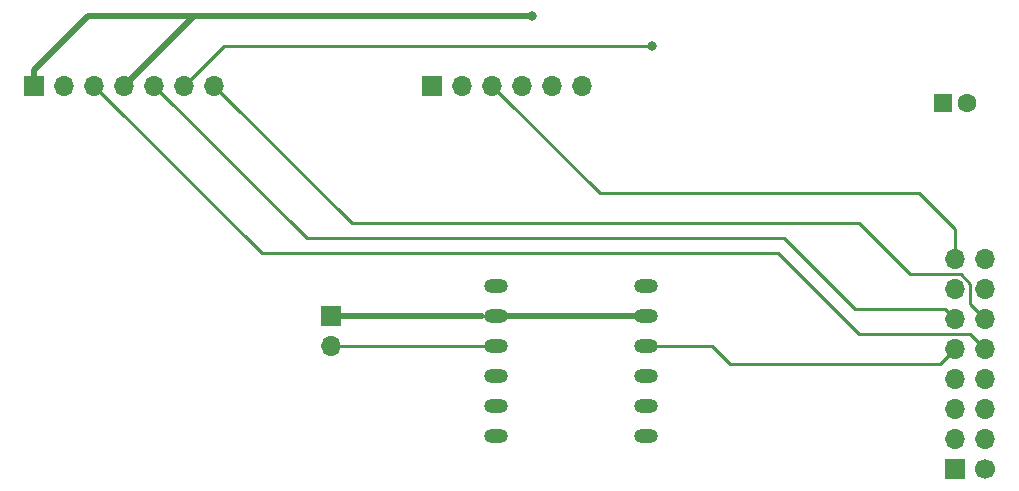
<source format=gbr>
G04 #@! TF.GenerationSoftware,KiCad,Pcbnew,(5.1.5)-3*
G04 #@! TF.CreationDate,2020-01-27T11:23:27-05:00*
G04 #@! TF.ProjectId,Secondary_Board,5365636f-6e64-4617-9279-5f426f617264,rev?*
G04 #@! TF.SameCoordinates,Original*
G04 #@! TF.FileFunction,Copper,L1,Top*
G04 #@! TF.FilePolarity,Positive*
%FSLAX46Y46*%
G04 Gerber Fmt 4.6, Leading zero omitted, Abs format (unit mm)*
G04 Created by KiCad (PCBNEW (5.1.5)-3) date 2020-01-27 11:23:27*
%MOMM*%
%LPD*%
G04 APERTURE LIST*
%ADD10O,1.700000X1.700000*%
%ADD11R,1.700000X1.700000*%
%ADD12C,1.700000*%
%ADD13R,1.600000X1.600000*%
%ADD14C,1.600000*%
%ADD15O,2.000000X1.200000*%
%ADD16C,0.800000*%
%ADD17C,0.500000*%
%ADD18C,0.250000*%
G04 APERTURE END LIST*
D10*
X171958000Y-101854000D03*
X174498000Y-101854000D03*
X171958000Y-104394000D03*
X174498000Y-104394000D03*
X171958000Y-106934000D03*
X174498000Y-106934000D03*
X171958000Y-109474000D03*
X174498000Y-109474000D03*
X171958000Y-112014000D03*
X174498000Y-112014000D03*
X171958000Y-114554000D03*
X174498000Y-114554000D03*
X171958000Y-117094000D03*
X174498000Y-117094000D03*
D11*
X171958000Y-119634000D03*
D12*
X174498000Y-119634000D03*
D13*
X170942000Y-88646000D03*
D14*
X172942000Y-88646000D03*
D11*
X119126000Y-106680000D03*
D10*
X119126000Y-109220000D03*
D15*
X145796000Y-104140000D03*
X133096000Y-104140000D03*
X145796000Y-106680000D03*
X133096000Y-106680000D03*
X145796000Y-109220000D03*
X133096000Y-109220000D03*
X145796000Y-111760000D03*
X133096000Y-111760000D03*
X145796000Y-114300000D03*
X133096000Y-114300000D03*
X145796000Y-116840000D03*
X133096000Y-116840000D03*
D11*
X127671001Y-87169001D03*
D10*
X130211001Y-87169001D03*
X132751001Y-87169001D03*
X135291001Y-87169001D03*
X137831001Y-87169001D03*
X140371001Y-87169001D03*
D11*
X93980000Y-87169001D03*
D10*
X96520000Y-87169001D03*
X99060000Y-87169001D03*
X101600000Y-87169001D03*
X104140000Y-87169001D03*
X106680000Y-87169001D03*
X109220000Y-87169001D03*
D16*
X136144000Y-81280000D03*
X146304000Y-83820000D03*
D17*
X107489001Y-81280000D02*
X101600000Y-87169001D01*
X136144000Y-81280000D02*
X107489001Y-81280000D01*
X93980000Y-85819001D02*
X93980000Y-87169001D01*
X98519001Y-81280000D02*
X93980000Y-85819001D01*
X107489001Y-81280000D02*
X98519001Y-81280000D01*
X144296000Y-106680000D02*
X133096000Y-106680000D01*
X145796000Y-106680000D02*
X144296000Y-106680000D01*
X131846000Y-106680000D02*
X119126000Y-106680000D01*
D18*
X133096000Y-106680000D02*
X131846000Y-106680000D01*
X151384000Y-109220000D02*
X145796000Y-109220000D01*
X152908000Y-110744000D02*
X151384000Y-109220000D01*
X170688000Y-110744000D02*
X171958000Y-109474000D01*
X152908000Y-110744000D02*
X170688000Y-110744000D01*
X99909999Y-88019000D02*
X99060000Y-87169001D01*
X173228000Y-108204000D02*
X163830000Y-108204000D01*
X174498000Y-109474000D02*
X173228000Y-108204000D01*
X113236999Y-101346000D02*
X99909999Y-88019000D01*
X163830000Y-108204000D02*
X156972000Y-101346000D01*
X156972000Y-101346000D02*
X113236999Y-101346000D01*
X171108001Y-106084001D02*
X163488001Y-106084001D01*
X171958000Y-106934000D02*
X171108001Y-106084001D01*
X163488001Y-106084001D02*
X157480000Y-100076000D01*
X117046999Y-100076000D02*
X104140000Y-87169001D01*
X157480000Y-100076000D02*
X117046999Y-100076000D01*
X110069999Y-88019000D02*
X109220000Y-87169001D01*
X120856999Y-98806000D02*
X110069999Y-88019000D01*
X163830000Y-98806000D02*
X120856999Y-98806000D01*
X173228000Y-105664000D02*
X173228000Y-103924998D01*
X174498000Y-106934000D02*
X173228000Y-105664000D01*
X172427002Y-103124000D02*
X168148000Y-103124000D01*
X173228000Y-103924998D02*
X172427002Y-103124000D01*
X168148000Y-103124000D02*
X163830000Y-98806000D01*
X107529999Y-86319002D02*
X106680000Y-87169001D01*
X146304000Y-83820000D02*
X110029001Y-83820000D01*
X110029001Y-83820000D02*
X107529999Y-86319002D01*
X133601000Y-88019000D02*
X132751001Y-87169001D01*
X141848000Y-96266000D02*
X133601000Y-88019000D01*
X168910000Y-96266000D02*
X141848000Y-96266000D01*
X171958000Y-99314000D02*
X168910000Y-96266000D01*
X171958000Y-101854000D02*
X171958000Y-99314000D01*
X133096000Y-109220000D02*
X119126000Y-109220000D01*
M02*

</source>
